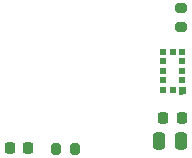
<source format=gbp>
G04 #@! TF.GenerationSoftware,KiCad,Pcbnew,(6.0.11-0)*
G04 #@! TF.CreationDate,2023-06-01T19:50:38-06:00*
G04 #@! TF.ProjectId,LightSensorPCB,4c696768-7453-4656-9e73-6f725043422e,rev?*
G04 #@! TF.SameCoordinates,Original*
G04 #@! TF.FileFunction,Paste,Bot*
G04 #@! TF.FilePolarity,Positive*
%FSLAX46Y46*%
G04 Gerber Fmt 4.6, Leading zero omitted, Abs format (unit mm)*
G04 Created by KiCad (PCBNEW (6.0.11-0)) date 2023-06-01 19:50:38*
%MOMM*%
%LPD*%
G01*
G04 APERTURE LIST*
G04 Aperture macros list*
%AMRoundRect*
0 Rectangle with rounded corners*
0 $1 Rounding radius*
0 $2 $3 $4 $5 $6 $7 $8 $9 X,Y pos of 4 corners*
0 Add a 4 corners polygon primitive as box body*
4,1,4,$2,$3,$4,$5,$6,$7,$8,$9,$2,$3,0*
0 Add four circle primitives for the rounded corners*
1,1,$1+$1,$2,$3*
1,1,$1+$1,$4,$5*
1,1,$1+$1,$6,$7*
1,1,$1+$1,$8,$9*
0 Add four rect primitives between the rounded corners*
20,1,$1+$1,$2,$3,$4,$5,0*
20,1,$1+$1,$4,$5,$6,$7,0*
20,1,$1+$1,$6,$7,$8,$9,0*
20,1,$1+$1,$8,$9,$2,$3,0*%
G04 Aperture macros list end*
%ADD10C,0.010000*%
%ADD11RoundRect,0.250000X-0.250000X-0.475000X0.250000X-0.475000X0.250000X0.475000X-0.250000X0.475000X0*%
%ADD12RoundRect,0.225000X-0.225000X-0.250000X0.225000X-0.250000X0.225000X0.250000X-0.225000X0.250000X0*%
%ADD13R,0.500000X0.500000*%
%ADD14RoundRect,0.218750X-0.218750X-0.256250X0.218750X-0.256250X0.218750X0.256250X-0.218750X0.256250X0*%
%ADD15RoundRect,0.200000X0.275000X-0.200000X0.275000X0.200000X-0.275000X0.200000X-0.275000X-0.200000X0*%
%ADD16RoundRect,0.200000X-0.200000X-0.275000X0.200000X-0.275000X0.200000X0.275000X-0.200000X0.275000X0*%
G04 APERTURE END LIST*
G36*
X119050000Y-116300000D02*
G01*
X118800000Y-116300000D01*
X118800000Y-116380000D01*
X118550000Y-116380000D01*
X118550000Y-115800000D01*
X119050000Y-115800000D01*
X119050000Y-116300000D01*
G37*
D10*
X119050000Y-116300000D02*
X118800000Y-116300000D01*
X118800000Y-116380000D01*
X118550000Y-116380000D01*
X118550000Y-115800000D01*
X119050000Y-115800000D01*
X119050000Y-116300000D01*
D11*
X116850000Y-120400000D03*
X118750000Y-120400000D03*
D12*
X117225000Y-118450000D03*
X118775000Y-118450000D03*
D13*
X118800000Y-115250000D03*
X118800000Y-114450000D03*
X118800000Y-113650000D03*
X118800000Y-112850000D03*
X118000000Y-112850000D03*
X117200000Y-112850000D03*
X117200000Y-113650000D03*
X117200000Y-114450000D03*
X117200000Y-115250000D03*
X117200000Y-116050000D03*
X118000000Y-116050000D03*
D14*
X104212500Y-121000000D03*
X105787500Y-121000000D03*
D15*
X118750000Y-110775000D03*
X118750000Y-109125000D03*
D16*
X108100000Y-121040000D03*
X109750000Y-121040000D03*
M02*

</source>
